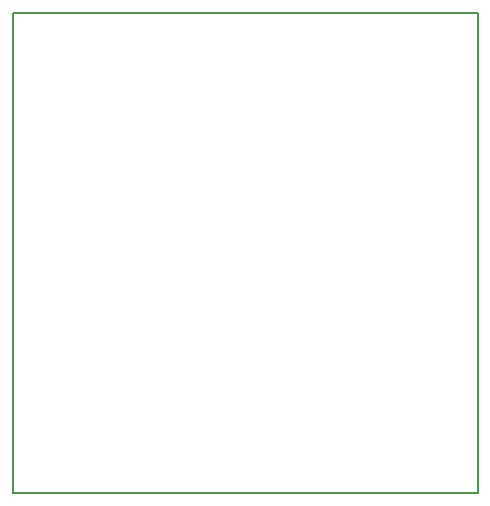
<source format=gm1>
From 21d21f1bec57591ddf10d401554dfe63f975603e Mon Sep 17 00:00:00 2001
From: Trygve Laugstøl <trygvis@inamo.no>
Date: Thu, 15 Sep 2016 10:14:11 +0200
Subject: o Revision A of ESP8266-io-board.

---
 rev-a/gerber/esp8266-io-board-Edge.Cuts.gm1 | 24 ++++++++++++++++++++++++
 1 file changed, 24 insertions(+)
 create mode 100644 rev-a/gerber/esp8266-io-board-Edge.Cuts.gm1

(limited to 'rev-a/gerber/esp8266-io-board-Edge.Cuts.gm1')

diff --git a/rev-a/gerber/esp8266-io-board-Edge.Cuts.gm1 b/rev-a/gerber/esp8266-io-board-Edge.Cuts.gm1
new file mode 100644
index 0000000..fb75f92
--- /dev/null
+++ b/rev-a/gerber/esp8266-io-board-Edge.Cuts.gm1
@@ -0,0 +1,24 @@
+%TF.GenerationSoftware,KiCad,Pcbnew,4.0.2+dfsg1-stable*%
+%TF.CreationDate,2016-09-15T08:37:13+02:00*%
+%TF.ProjectId,esp8266-io-board,657370383236362D696F2D626F617264,rev?*%
+%TF.FileFunction,Profile,NP*%
+%FSLAX46Y46*%
+G04 Gerber Fmt 4.6, Leading zero omitted, Abs format (unit mm)*
+G04 Created by KiCad (PCBNEW 4.0.2+dfsg1-stable) date Thu Sep 15 08:37:13 2016*
+%MOMM*%
+G01*
+G04 APERTURE LIST*
+%ADD10C,0.350000*%
+%ADD11C,0.150000*%
+G04 APERTURE END LIST*
+D10*
+D11*
+X166370000Y-116840000D02*
+X166370000Y-76200000D01*
+X127000000Y-116840000D02*
+X166370000Y-116840000D01*
+X127000000Y-116840000D02*
+X127000000Y-76200000D01*
+X127000000Y-76200000D02*
+X166370000Y-76200000D01*
+M02*
-- 
cgit v1.2.3


</source>
